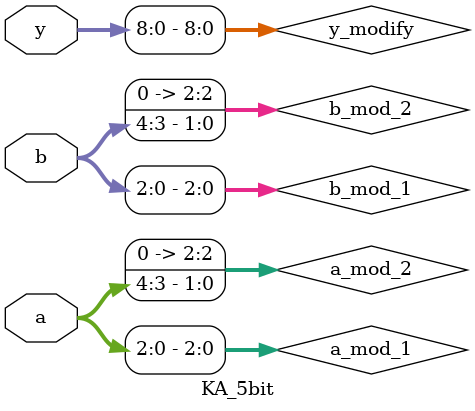
<source format=v>
`timescale 1ns / 1ps

module KA_5bit(
    a,
    b,
    y
    );

input [4:0] a;
input [4:0] b;

input [8:0] y;


wire [2:0] a_mod_1; //3
wire [2:0] b_mod_1; //3
wire [4:0] y_mod_1;  //5

wire [2:0] a_mod_2; //3
wire [2:0] b_mod_2; //3
wire [4:0] y_mod_2; //5

wire [2:0] a_mod_3; //3
wire [2:0] b_mod_3; //3
wire [4:0] y_mod_3; //5

wire [4:0] B1_out1, B1_out2, B1_out3;

wire [10:0] y_modify;


KA_3bit bit_mod_1 (.y(y_mod_1), .a(a_mod_1), .b(b_mod_1));
KA_3bit bit_mod_2 (.y(y_mod_2), .a(a_mod_2), .b(b_mod_2));
KA_3bit bit_mod_3 (.y(y_mod_3), .a(a_mod_3), .b(b_mod_3));

assign a_mod_1 = a[2:0], b_mod_1 = b[2:0];

assign a_mod_2 = {1'b0,a[4:3]}, b_mod_2 = {1'b0,b[4:3]};

assign a_mod_3 = a[2:0]^{1'b0,a[4:3]}, b_mod_3 = b[2:0]^{1'b0,b[4:3]};



assign B1_out1 = y_mod_1;

assign B1_out2 = y_mod_1 ^ y_mod_2 ^ y_mod_3 ;

assign B1_out3 = y_mod_2;


overlap_module_5bit ov_mod (
        .B2_in1(B1_out1),
        .B2_in2(B1_out2),
        .B2_in3(B1_out3),
        .B2_out(y_modify)
        );

assign y = y_modify[8:0];

endmodule
</source>
